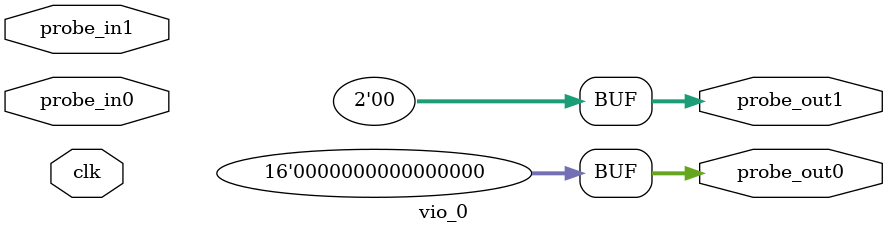
<source format=v>
`timescale 1ns / 1ps
module vio_0 (
clk,
probe_in0,probe_in1,
probe_out0,
probe_out1
);

input clk;
input [15 : 0] probe_in0;
input [1 : 0] probe_in1;

output reg [15 : 0] probe_out0 = 'h0000 ;
output reg [1 : 0] probe_out1 = 'h0 ;


endmodule

</source>
